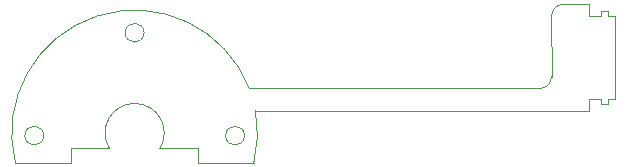
<source format=gm1>
%TF.GenerationSoftware,KiCad,Pcbnew,9.0.3*%
%TF.CreationDate,2025-08-08T19:50:08+03:00*%
%TF.ProjectId,Left,4c656674-2e6b-4696-9361-645f70636258,rev?*%
%TF.SameCoordinates,Original*%
%TF.FileFunction,Profile,NP*%
%FSLAX46Y46*%
G04 Gerber Fmt 4.6, Leading zero omitted, Abs format (unit mm)*
G04 Created by KiCad (PCBNEW 9.0.3) date 2025-08-08 19:50:08*
%MOMM*%
%LPD*%
G01*
G04 APERTURE LIST*
%TA.AperFunction,Profile*%
%ADD10C,0.050000*%
%TD*%
%TA.AperFunction,Profile*%
%ADD11C,0.100000*%
%TD*%
G04 APERTURE END LIST*
D10*
X106360000Y-101300000D02*
G75*
G02*
X110640000Y-101300000I2140000J1304998D01*
G01*
X110640000Y-101300000D02*
X113847697Y-101300000D01*
X103150000Y-102500000D02*
X98400000Y-102500000D01*
X118725000Y-98100000D02*
G75*
G02*
X118590973Y-102507752I-10225000J-1895000D01*
G01*
X103150000Y-101300000D02*
X103150000Y-102500000D01*
D11*
X117800000Y-100213000D02*
G75*
G02*
X116200000Y-100213000I-800000J0D01*
G01*
X116200000Y-100213000D02*
G75*
G02*
X117800000Y-100213000I800000J0D01*
G01*
X100800000Y-100213000D02*
G75*
G02*
X99200000Y-100213000I-800000J0D01*
G01*
X99200000Y-100213000D02*
G75*
G02*
X100800000Y-100213000I800000J0D01*
G01*
D10*
X143791405Y-90101404D02*
G75*
G02*
X144791404Y-89100004I999995J1404D01*
G01*
X106360000Y-101300000D02*
X103150000Y-101300000D01*
X113850000Y-102510000D02*
X118600000Y-102510000D01*
X118725000Y-98100000D02*
X145000000Y-98100000D01*
X143791405Y-90101404D02*
X143798594Y-95223596D01*
X143798594Y-95223596D02*
G75*
G02*
X142798595Y-96224995I-999994J-1404D01*
G01*
D11*
X109300000Y-91500000D02*
G75*
G02*
X107700000Y-91500000I-800000J0D01*
G01*
X107700000Y-91500000D02*
G75*
G02*
X109300000Y-91500000I800000J0D01*
G01*
D10*
X118200000Y-96225000D02*
X142798595Y-96225000D01*
X98396240Y-102500930D02*
G75*
G02*
X118200000Y-96225000I10103760J2500930D01*
G01*
X145000000Y-89100000D02*
X144791404Y-89100000D01*
X113847697Y-101300000D02*
X113850000Y-102510000D01*
%TO.C,J1*%
X147000000Y-89100000D02*
X145000000Y-89100000D01*
X147000000Y-90050000D02*
X147000000Y-89100000D01*
X147000000Y-98100000D02*
X145000000Y-98100000D01*
X147000000Y-98100000D02*
X147000000Y-97150000D01*
X148000000Y-90050000D02*
X147000000Y-90050000D01*
X148000000Y-90050000D02*
X148000000Y-89630000D01*
X148000000Y-97150000D02*
X147000000Y-97150000D01*
X148000000Y-97570000D02*
X148000000Y-97150000D01*
X148600000Y-89630000D02*
X148000000Y-89630000D01*
X148600000Y-89630000D02*
X148600000Y-90050000D01*
X148600000Y-97570000D02*
X148000000Y-97570000D01*
X148600000Y-97570000D02*
X148600000Y-97150000D01*
X149200000Y-90050000D02*
X148600000Y-90050000D01*
X149200000Y-97150000D02*
X148600000Y-97150000D01*
X149200000Y-97150000D02*
X149200000Y-90050000D01*
%TD*%
M02*

</source>
